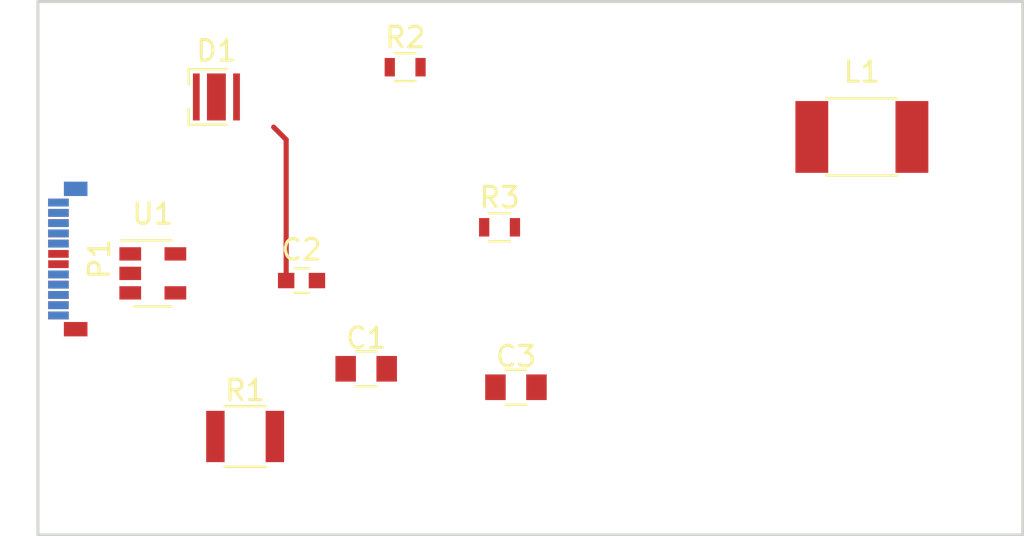
<source format=kicad_pcb>
(kicad_pcb (version 4) (host pcbnew 4.0.7)

  (general
    (links 26)
    (no_connects 18)
    (area 125.924999 93.924999 174.075001 120.075001)
    (thickness 1.6)
    (drawings 4)
    (tracks 2)
    (zones 0)
    (modules 10)
    (nets 20)
  )

  (page A4)
  (layers
    (0 F.Cu signal)
    (31 B.Cu signal)
    (32 B.Adhes user)
    (33 F.Adhes user)
    (34 B.Paste user)
    (35 F.Paste user)
    (36 B.SilkS user)
    (37 F.SilkS user)
    (38 B.Mask user)
    (39 F.Mask user)
    (40 Dwgs.User user)
    (41 Cmts.User user)
    (42 Eco1.User user)
    (43 Eco2.User user)
    (44 Edge.Cuts user)
    (45 Margin user)
    (46 B.CrtYd user)
    (47 F.CrtYd user)
    (48 B.Fab user)
    (49 F.Fab user)
  )

  (setup
    (last_trace_width 0.25)
    (trace_clearance 0.2)
    (zone_clearance 0.508)
    (zone_45_only no)
    (trace_min 0.2)
    (segment_width 0.2)
    (edge_width 0.15)
    (via_size 0.6)
    (via_drill 0.4)
    (via_min_size 0.4)
    (via_min_drill 0.3)
    (uvia_size 0.3)
    (uvia_drill 0.1)
    (uvias_allowed no)
    (uvia_min_size 0.2)
    (uvia_min_drill 0.1)
    (pcb_text_width 0.3)
    (pcb_text_size 1.5 1.5)
    (mod_edge_width 0.15)
    (mod_text_size 1 1)
    (mod_text_width 0.15)
    (pad_size 1.524 1.524)
    (pad_drill 0.762)
    (pad_to_mask_clearance 0.2)
    (aux_axis_origin 0 0)
    (visible_elements FFFFFF7F)
    (pcbplotparams
      (layerselection 0x00030_80000001)
      (usegerberextensions false)
      (excludeedgelayer true)
      (linewidth 0.100000)
      (plotframeref false)
      (viasonmask false)
      (mode 1)
      (useauxorigin false)
      (hpglpennumber 1)
      (hpglpenspeed 20)
      (hpglpendiameter 15)
      (hpglpenoverlay 2)
      (psnegative false)
      (psa4output false)
      (plotreference true)
      (plotvalue true)
      (plotinvisibletext false)
      (padsonsilk false)
      (subtractmaskfromsilk false)
      (outputformat 1)
      (mirror false)
      (drillshape 1)
      (scaleselection 1)
      (outputdirectory ""))
  )

  (net 0 "")
  (net 1 /supply/VIN)
  (net 2 GND)
  (net 3 "Net-(C2-Pad2)")
  (net 4 /supply/VOUT)
  (net 5 "Net-(D1-Pad2)")
  (net 6 "Net-(L1-Pad1)")
  (net 7 "Net-(P1-PadA2)")
  (net 8 "Net-(P1-PadA3)")
  (net 9 "Net-(P1-PadA5)")
  (net 10 "Net-(P1-PadA6)")
  (net 11 "Net-(P1-PadA8)")
  (net 12 "Net-(P1-PadA10)")
  (net 13 "Net-(P1-PadA11)")
  (net 14 "Net-(P1-PadB2)")
  (net 15 "Net-(P1-PadB3)")
  (net 16 "Net-(P1-PadB5)")
  (net 17 "Net-(P1-PadB8)")
  (net 18 "Net-(P1-PadB10)")
  (net 19 "Net-(P1-PadB11)")

  (net_class Default "This is the default net class."
    (clearance 0.2)
    (trace_width 0.25)
    (via_dia 0.6)
    (via_drill 0.4)
    (uvia_dia 0.3)
    (uvia_drill 0.1)
    (add_net /supply/VIN)
    (add_net /supply/VOUT)
    (add_net GND)
    (add_net "Net-(C2-Pad2)")
    (add_net "Net-(D1-Pad2)")
    (add_net "Net-(L1-Pad1)")
    (add_net "Net-(P1-PadA10)")
    (add_net "Net-(P1-PadA11)")
    (add_net "Net-(P1-PadA2)")
    (add_net "Net-(P1-PadA3)")
    (add_net "Net-(P1-PadA5)")
    (add_net "Net-(P1-PadA6)")
    (add_net "Net-(P1-PadA8)")
    (add_net "Net-(P1-PadB10)")
    (add_net "Net-(P1-PadB11)")
    (add_net "Net-(P1-PadB2)")
    (add_net "Net-(P1-PadB3)")
    (add_net "Net-(P1-PadB5)")
    (add_net "Net-(P1-PadB8)")
  )

  (module Capacitors_SMD:C_0805 (layer F.Cu) (tedit 58AA8463) (tstamp 59B1A1C2)
    (at 142 111.9)
    (descr "Capacitor SMD 0805, reflow soldering, AVX (see smccp.pdf)")
    (tags "capacitor 0805")
    (path /59AF0EB0/59B1980A)
    (attr smd)
    (fp_text reference C1 (at 0 -1.5) (layer F.SilkS)
      (effects (font (size 1 1) (thickness 0.15)))
    )
    (fp_text value 10uF (at 0 1.75) (layer F.Fab)
      (effects (font (size 1 1) (thickness 0.15)))
    )
    (fp_text user %R (at 0 -1.5) (layer F.Fab)
      (effects (font (size 1 1) (thickness 0.15)))
    )
    (fp_line (start -1 0.62) (end -1 -0.62) (layer F.Fab) (width 0.1))
    (fp_line (start 1 0.62) (end -1 0.62) (layer F.Fab) (width 0.1))
    (fp_line (start 1 -0.62) (end 1 0.62) (layer F.Fab) (width 0.1))
    (fp_line (start -1 -0.62) (end 1 -0.62) (layer F.Fab) (width 0.1))
    (fp_line (start 0.5 -0.85) (end -0.5 -0.85) (layer F.SilkS) (width 0.12))
    (fp_line (start -0.5 0.85) (end 0.5 0.85) (layer F.SilkS) (width 0.12))
    (fp_line (start -1.75 -0.88) (end 1.75 -0.88) (layer F.CrtYd) (width 0.05))
    (fp_line (start -1.75 -0.88) (end -1.75 0.87) (layer F.CrtYd) (width 0.05))
    (fp_line (start 1.75 0.87) (end 1.75 -0.88) (layer F.CrtYd) (width 0.05))
    (fp_line (start 1.75 0.87) (end -1.75 0.87) (layer F.CrtYd) (width 0.05))
    (pad 1 smd rect (at -1 0) (size 1 1.25) (layers F.Cu F.Paste F.Mask)
      (net 1 /supply/VIN))
    (pad 2 smd rect (at 1 0) (size 1 1.25) (layers F.Cu F.Paste F.Mask)
      (net 2 GND))
    (model Capacitors_SMD.3dshapes/C_0805.wrl
      (at (xyz 0 0 0))
      (scale (xyz 1 1 1))
      (rotate (xyz 0 0 0))
    )
  )

  (module Capacitors_SMD:C_0603 (layer F.Cu) (tedit 59958EE7) (tstamp 59B1A1D3)
    (at 138.85 107.6)
    (descr "Capacitor SMD 0603, reflow soldering, AVX (see smccp.pdf)")
    (tags "capacitor 0603")
    (path /59AF0EB0/59B1998D)
    (attr smd)
    (fp_text reference C2 (at 0 -1.5) (layer F.SilkS)
      (effects (font (size 1 1) (thickness 0.15)))
    )
    (fp_text value 1nF (at 0 1.5) (layer F.Fab)
      (effects (font (size 1 1) (thickness 0.15)))
    )
    (fp_line (start 1.4 0.65) (end -1.4 0.65) (layer F.CrtYd) (width 0.05))
    (fp_line (start 1.4 0.65) (end 1.4 -0.65) (layer F.CrtYd) (width 0.05))
    (fp_line (start -1.4 -0.65) (end -1.4 0.65) (layer F.CrtYd) (width 0.05))
    (fp_line (start -1.4 -0.65) (end 1.4 -0.65) (layer F.CrtYd) (width 0.05))
    (fp_line (start 0.35 0.6) (end -0.35 0.6) (layer F.SilkS) (width 0.12))
    (fp_line (start -0.35 -0.6) (end 0.35 -0.6) (layer F.SilkS) (width 0.12))
    (fp_line (start -0.8 -0.4) (end 0.8 -0.4) (layer F.Fab) (width 0.1))
    (fp_line (start 0.8 -0.4) (end 0.8 0.4) (layer F.Fab) (width 0.1))
    (fp_line (start 0.8 0.4) (end -0.8 0.4) (layer F.Fab) (width 0.1))
    (fp_line (start -0.8 0.4) (end -0.8 -0.4) (layer F.Fab) (width 0.1))
    (fp_text user %R (at 0 0) (layer F.Fab)
      (effects (font (size 0.3 0.3) (thickness 0.075)))
    )
    (pad 2 smd rect (at 0.75 0) (size 0.8 0.75) (layers F.Cu F.Paste F.Mask)
      (net 3 "Net-(C2-Pad2)"))
    (pad 1 smd rect (at -0.75 0) (size 0.8 0.75) (layers F.Cu F.Paste F.Mask)
      (net 4 /supply/VOUT))
    (model Capacitors_SMD.3dshapes/C_0603.wrl
      (at (xyz 0 0 0))
      (scale (xyz 1 1 1))
      (rotate (xyz 0 0 0))
    )
  )

  (module Capacitors_SMD:C_0805 (layer F.Cu) (tedit 58AA8463) (tstamp 59B1A1E4)
    (at 149.3 112.8)
    (descr "Capacitor SMD 0805, reflow soldering, AVX (see smccp.pdf)")
    (tags "capacitor 0805")
    (path /59AF0EB0/59B199F3)
    (attr smd)
    (fp_text reference C3 (at 0 -1.5) (layer F.SilkS)
      (effects (font (size 1 1) (thickness 0.15)))
    )
    (fp_text value 10uF (at 0 1.75) (layer F.Fab)
      (effects (font (size 1 1) (thickness 0.15)))
    )
    (fp_text user %R (at 0 -1.5) (layer F.Fab)
      (effects (font (size 1 1) (thickness 0.15)))
    )
    (fp_line (start -1 0.62) (end -1 -0.62) (layer F.Fab) (width 0.1))
    (fp_line (start 1 0.62) (end -1 0.62) (layer F.Fab) (width 0.1))
    (fp_line (start 1 -0.62) (end 1 0.62) (layer F.Fab) (width 0.1))
    (fp_line (start -1 -0.62) (end 1 -0.62) (layer F.Fab) (width 0.1))
    (fp_line (start 0.5 -0.85) (end -0.5 -0.85) (layer F.SilkS) (width 0.12))
    (fp_line (start -0.5 0.85) (end 0.5 0.85) (layer F.SilkS) (width 0.12))
    (fp_line (start -1.75 -0.88) (end 1.75 -0.88) (layer F.CrtYd) (width 0.05))
    (fp_line (start -1.75 -0.88) (end -1.75 0.87) (layer F.CrtYd) (width 0.05))
    (fp_line (start 1.75 0.87) (end 1.75 -0.88) (layer F.CrtYd) (width 0.05))
    (fp_line (start 1.75 0.87) (end -1.75 0.87) (layer F.CrtYd) (width 0.05))
    (pad 1 smd rect (at -1 0) (size 1 1.25) (layers F.Cu F.Paste F.Mask)
      (net 4 /supply/VOUT))
    (pad 2 smd rect (at 1 0) (size 1 1.25) (layers F.Cu F.Paste F.Mask)
      (net 2 GND))
    (model Capacitors_SMD.3dshapes/C_0805.wrl
      (at (xyz 0 0 0))
      (scale (xyz 1 1 1))
      (rotate (xyz 0 0 0))
    )
  )

  (module LEDs:LED_Cree-XB (layer F.Cu) (tedit 587BEC30) (tstamp 59B1A1FA)
    (at 134.7 98.65)
    (descr http://www.cree.com/~/media/Files/Cree/LED-Components-and-Modules/XLamp/Data-and-Binning/XLampXBD.pdf)
    (tags "LED Cree XB")
    (path /59AEF847)
    (attr smd)
    (fp_text reference D1 (at 0 -2.25) (layer F.SilkS)
      (effects (font (size 1 1) (thickness 0.15)))
    )
    (fp_text value LED_ALT (at 0 2.25) (layer F.Fab)
      (effects (font (size 1 1) (thickness 0.15)))
    )
    (fp_line (start 1.4 1.4) (end -1.4 1.4) (layer F.CrtYd) (width 0.05))
    (fp_line (start 1.4 -1.4) (end 1.4 1.4) (layer F.CrtYd) (width 0.05))
    (fp_line (start -1.4 -1.4) (end 1.4 -1.4) (layer F.CrtYd) (width 0.05))
    (fp_line (start -1.4 1.4) (end -1.4 -1.4) (layer F.CrtYd) (width 0.05))
    (fp_line (start -1.35 1.35) (end -1.35 0.6) (layer F.SilkS) (width 0.12))
    (fp_line (start 0.5 1.35) (end -1.35 1.35) (layer F.SilkS) (width 0.12))
    (fp_line (start -1.35 -1.35) (end -1.35 -0.6) (layer F.SilkS) (width 0.12))
    (fp_line (start 0.5 -1.35) (end -1.35 -1.35) (layer F.SilkS) (width 0.12))
    (fp_line (start -1.15 1.15) (end -1.15 -1.15) (layer F.Fab) (width 0.1))
    (fp_line (start 1.15 1.15) (end -1.15 1.15) (layer F.Fab) (width 0.1))
    (fp_line (start 1.15 -1.15) (end 1.15 1.15) (layer F.Fab) (width 0.1))
    (fp_line (start -1.15 -1.15) (end 1.15 -1.15) (layer F.Fab) (width 0.1))
    (fp_text user %R (at 0 0) (layer F.Fab)
      (effects (font (size 0.5 0.5) (thickness 0.05)))
    )
    (pad 2 smd rect (at 0.98 0) (size 0.33 2.29) (layers F.Cu F.Paste F.Mask)
      (net 5 "Net-(D1-Pad2)"))
    (pad 1 smd rect (at -0.98 0) (size 0.33 2.29) (layers F.Cu F.Paste F.Mask)
      (net 2 GND))
    (pad 3 smd rect (at 0 0) (size 0.92 2.29) (layers F.Cu F.Mask))
    (pad 3 smd rect (at 0 -0.55) (size 0.85 0.85) (layers F.Paste))
    (pad 3 smd rect (at 0 0.55) (size 0.85 0.85) (layers F.Paste))
    (model ${KISYS3DMOD}/LEDs.3dshapes/LED_Cree-XB.wrl
      (at (xyz 0 0 0))
      (scale (xyz 0.39 0.39 0.39))
      (rotate (xyz 0 0 0))
    )
  )

  (module Inductors_SMD:L_1812 (layer F.Cu) (tedit 58307CF5) (tstamp 59B1A20B)
    (at 166.16 100.6)
    (descr "Resistor SMD 1812, flow soldering, Panasonic (see ERJ12)")
    (tags "resistor 1812")
    (path /59AF0EB0/59B1986B)
    (attr smd)
    (fp_text reference L1 (at 0 -3.17) (layer F.SilkS)
      (effects (font (size 1 1) (thickness 0.15)))
    )
    (fp_text value 10uH (at 0 3.17) (layer F.Fab)
      (effects (font (size 1 1) (thickness 0.15)))
    )
    (fp_text user %R (at 0 0) (layer F.Fab)
      (effects (font (size 1 1) (thickness 0.15)))
    )
    (fp_line (start -2.25 1.6) (end -2.25 -1.6) (layer F.Fab) (width 0.1))
    (fp_line (start 2.25 1.6) (end -2.25 1.6) (layer F.Fab) (width 0.1))
    (fp_line (start 2.25 -1.6) (end 2.25 1.6) (layer F.Fab) (width 0.1))
    (fp_line (start -2.25 -1.6) (end 2.25 -1.6) (layer F.Fab) (width 0.1))
    (fp_line (start -3.51 -2.24) (end 3.51 -2.24) (layer F.CrtYd) (width 0.05))
    (fp_line (start 3.51 -2.24) (end 3.51 2.24) (layer F.CrtYd) (width 0.05))
    (fp_line (start 3.51 2.24) (end -3.51 2.24) (layer F.CrtYd) (width 0.05))
    (fp_line (start -3.51 2.24) (end -3.51 -2.24) (layer F.CrtYd) (width 0.05))
    (fp_line (start -1.73 1.88) (end 1.73 1.88) (layer F.SilkS) (width 0.12))
    (fp_line (start -1.73 -1.88) (end 1.73 -1.88) (layer F.SilkS) (width 0.12))
    (pad 1 smd rect (at -2.44 0) (size 1.6 3.5) (layers F.Cu F.Paste F.Mask)
      (net 6 "Net-(L1-Pad1)"))
    (pad 2 smd rect (at 2.44 0) (size 1.6 3.5) (layers F.Cu F.Paste F.Mask)
      (net 4 /supply/VOUT))
    (model ${KISYS3DMOD}/Inductors_SMD.3dshapes/L_1812.wrl
      (at (xyz 0 0 0))
      (scale (xyz 1 1 1))
      (rotate (xyz 0 0 0))
    )
  )

  (module Connectors_USB:USB_C_Plug_Molex_105444 (layer F.Cu) (tedit 59237922) (tstamp 59B1A236)
    (at 126.96 106.55 90)
    (descr "Universal Serial Bus (USB) Shielded I/O Plug, Type C, Right Angle, Surface Mount, http://www.molex.com/pdm_docs/sd/1054440001_sd.pdf")
    (tags "USB Type-C Plug Edge Mount")
    (path /59B19F80)
    (attr smd)
    (fp_text reference P1 (at 0 2.04 90) (layer F.SilkS)
      (effects (font (size 1 1) (thickness 0.15)))
    )
    (fp_text value USB_C_Plug (at 0 -1.96 90) (layer F.Fab)
      (effects (font (size 1 1) (thickness 0.15)))
    )
    (fp_text user %R (at 0 2.04 90) (layer F.Fab)
      (effects (font (size 1 1) (thickness 0.1)))
    )
    (fp_line (start -4.3 1.96) (end -4.3 -1.46) (layer F.CrtYd) (width 0.05))
    (fp_text user "PCB Edge" (at 0 -0.96 90) (layer Dwgs.User)
      (effects (font (size 0.5 0.5) (thickness 0.08)))
    )
    (fp_line (start 3.35 0) (end 4.3 0) (layer F.Fab) (width 0.1))
    (fp_line (start 3.05 -0.66) (end 3.05 -0.3) (layer F.Fab) (width 0.1))
    (fp_arc (start 2.75 -0.66) (end 2.75 -0.96) (angle 90) (layer F.Fab) (width 0.1))
    (fp_line (start -2.75 -0.96) (end 2.75 -0.96) (layer F.Fab) (width 0.1))
    (fp_arc (start -2.75 -0.66) (end -3.05 -0.66) (angle 90) (layer F.Fab) (width 0.1))
    (fp_arc (start 3.35 -0.3) (end 3.35 0) (angle 90) (layer F.Fab) (width 0.1))
    (fp_line (start -3.05 -0.66) (end -3.05 -0.3) (layer F.Fab) (width 0.1))
    (fp_arc (start -3.35 -0.3) (end -3.05 -0.3) (angle 90) (layer F.Fab) (width 0.1))
    (fp_line (start -3.35 0) (end -4.3 0) (layer F.Fab) (width 0.1))
    (fp_line (start 4.3 1.96) (end 4.3 -1.46) (layer F.CrtYd) (width 0.05))
    (fp_line (start 4.3 -1.46) (end -4.3 -1.46) (layer F.CrtYd) (width 0.05))
    (fp_line (start 4.3 1.96) (end -4.3 1.96) (layer F.CrtYd) (width 0.05))
    (pad A1 smd rect (at -2.75 0.04 90) (size 0.38 1) (layers F.Cu F.Paste F.Mask)
      (net 2 GND))
    (pad A2 smd rect (at -2.25 0.04 90) (size 0.38 1) (layers F.Cu F.Paste F.Mask)
      (net 7 "Net-(P1-PadA2)"))
    (pad A3 smd rect (at -1.75 0.04 90) (size 0.38 1) (layers F.Cu F.Paste F.Mask)
      (net 8 "Net-(P1-PadA3)"))
    (pad A4 smd rect (at -1.25 0.04 90) (size 0.38 1) (layers F.Cu F.Paste F.Mask)
      (net 1 /supply/VIN))
    (pad A5 smd rect (at -0.75 0.04 90) (size 0.38 1) (layers F.Cu F.Paste F.Mask)
      (net 9 "Net-(P1-PadA5)"))
    (pad A6 smd rect (at -0.25 0.04 90) (size 0.38 1) (layers F.Cu F.Paste F.Mask)
      (net 10 "Net-(P1-PadA6)"))
    (pad A7 smd rect (at 0.25 0.04 90) (size 0.38 1) (layers F.Cu F.Paste F.Mask)
      (net 10 "Net-(P1-PadA6)"))
    (pad A8 smd rect (at 0.75 0.04 90) (size 0.38 1) (layers F.Cu F.Paste F.Mask)
      (net 11 "Net-(P1-PadA8)"))
    (pad A9 smd rect (at 1.25 0.04 90) (size 0.38 1) (layers F.Cu F.Paste F.Mask)
      (net 1 /supply/VIN))
    (pad A10 smd rect (at 1.75 0.04 90) (size 0.38 1) (layers F.Cu F.Paste F.Mask)
      (net 12 "Net-(P1-PadA10)"))
    (pad A11 smd rect (at 2.25 0.04 90) (size 0.38 1) (layers F.Cu F.Paste F.Mask)
      (net 13 "Net-(P1-PadA11)"))
    (pad A12 smd rect (at 2.75 0.04 90) (size 0.38 1) (layers F.Cu F.Paste F.Mask)
      (net 2 GND))
    (pad S1 smd rect (at -3.42 0.88 90) (size 0.7 1.15) (layers F.Cu F.Paste F.Mask)
      (net 2 GND))
    (pad S1 smd rect (at 3.42 0.88 90) (size 0.7 1.15) (layers B.Cu B.Paste B.Mask)
      (net 2 GND))
    (pad B1 smd rect (at 2.75 0.04 90) (size 0.38 1) (layers B.Cu B.Paste B.Mask)
      (net 2 GND))
    (pad B2 smd rect (at 2.25 0.04 90) (size 0.38 1) (layers B.Cu B.Paste B.Mask)
      (net 14 "Net-(P1-PadB2)"))
    (pad B3 smd rect (at 1.75 0.04 90) (size 0.38 1) (layers B.Cu B.Paste B.Mask)
      (net 15 "Net-(P1-PadB3)"))
    (pad B4 smd rect (at 1.25 0.04 90) (size 0.38 1) (layers B.Cu B.Paste B.Mask)
      (net 1 /supply/VIN))
    (pad B5 smd rect (at 0.75 0.04 90) (size 0.38 1) (layers B.Cu B.Paste B.Mask)
      (net 16 "Net-(P1-PadB5)"))
    (pad B8 smd rect (at -0.75 0.04 90) (size 0.38 1) (layers B.Cu B.Paste B.Mask)
      (net 17 "Net-(P1-PadB8)"))
    (pad B9 smd rect (at -1.25 0.04 90) (size 0.38 1) (layers B.Cu B.Paste B.Mask)
      (net 1 /supply/VIN))
    (pad B10 smd rect (at -1.75 0.04 90) (size 0.38 1) (layers B.Cu B.Paste B.Mask)
      (net 18 "Net-(P1-PadB10)"))
    (pad B11 smd rect (at -2.25 0.04 90) (size 0.38 1) (layers B.Cu B.Paste B.Mask)
      (net 19 "Net-(P1-PadB11)"))
    (pad B12 smd rect (at -2.75 0.04 90) (size 0.38 1) (layers B.Cu B.Paste B.Mask)
      (net 2 GND))
    (model ${KISYS3DMOD}/Connectors_USB.3dshapes/USB_C_Plug_Molex_105444.wrl
      (at (xyz 0 0 0))
      (scale (xyz 1 1 1))
      (rotate (xyz 0 0 0))
    )
  )

  (module Resistors_SMD:R_1210 (layer F.Cu) (tedit 58E0A804) (tstamp 59B1A247)
    (at 136.1 115.2)
    (descr "Resistor SMD 1210, reflow soldering, Vishay (see dcrcw.pdf)")
    (tags "resistor 1210")
    (path /59AF08DA)
    (attr smd)
    (fp_text reference R1 (at 0 -2.25) (layer F.SilkS)
      (effects (font (size 1 1) (thickness 0.15)))
    )
    (fp_text value 330R (at 0 2.4) (layer F.Fab)
      (effects (font (size 1 1) (thickness 0.15)))
    )
    (fp_text user %R (at 0 0) (layer F.Fab)
      (effects (font (size 0.7 0.7) (thickness 0.105)))
    )
    (fp_line (start -1.6 1.25) (end -1.6 -1.25) (layer F.Fab) (width 0.1))
    (fp_line (start 1.6 1.25) (end -1.6 1.25) (layer F.Fab) (width 0.1))
    (fp_line (start 1.6 -1.25) (end 1.6 1.25) (layer F.Fab) (width 0.1))
    (fp_line (start -1.6 -1.25) (end 1.6 -1.25) (layer F.Fab) (width 0.1))
    (fp_line (start 1 1.48) (end -1 1.48) (layer F.SilkS) (width 0.12))
    (fp_line (start -1 -1.48) (end 1 -1.48) (layer F.SilkS) (width 0.12))
    (fp_line (start -2.15 -1.5) (end 2.15 -1.5) (layer F.CrtYd) (width 0.05))
    (fp_line (start -2.15 -1.5) (end -2.15 1.5) (layer F.CrtYd) (width 0.05))
    (fp_line (start 2.15 1.5) (end 2.15 -1.5) (layer F.CrtYd) (width 0.05))
    (fp_line (start 2.15 1.5) (end -2.15 1.5) (layer F.CrtYd) (width 0.05))
    (pad 1 smd rect (at -1.45 0) (size 0.9 2.5) (layers F.Cu F.Paste F.Mask)
      (net 4 /supply/VOUT))
    (pad 2 smd rect (at 1.45 0) (size 0.9 2.5) (layers F.Cu F.Paste F.Mask)
      (net 5 "Net-(D1-Pad2)"))
    (model ${KISYS3DMOD}/Resistors_SMD.3dshapes/R_1210.wrl
      (at (xyz 0 0 0))
      (scale (xyz 1 1 1))
      (rotate (xyz 0 0 0))
    )
  )

  (module Resistors_SMD:R_0603 (layer F.Cu) (tedit 58E0A804) (tstamp 59B1A258)
    (at 143.9 97.2)
    (descr "Resistor SMD 0603, reflow soldering, Vishay (see dcrcw.pdf)")
    (tags "resistor 0603")
    (path /59AF0EB0/59B198DA)
    (attr smd)
    (fp_text reference R2 (at 0 -1.45) (layer F.SilkS)
      (effects (font (size 1 1) (thickness 0.15)))
    )
    (fp_text value 100k (at 0 1.5) (layer F.Fab)
      (effects (font (size 1 1) (thickness 0.15)))
    )
    (fp_text user %R (at 0 0) (layer F.Fab)
      (effects (font (size 0.4 0.4) (thickness 0.075)))
    )
    (fp_line (start -0.8 0.4) (end -0.8 -0.4) (layer F.Fab) (width 0.1))
    (fp_line (start 0.8 0.4) (end -0.8 0.4) (layer F.Fab) (width 0.1))
    (fp_line (start 0.8 -0.4) (end 0.8 0.4) (layer F.Fab) (width 0.1))
    (fp_line (start -0.8 -0.4) (end 0.8 -0.4) (layer F.Fab) (width 0.1))
    (fp_line (start 0.5 0.68) (end -0.5 0.68) (layer F.SilkS) (width 0.12))
    (fp_line (start -0.5 -0.68) (end 0.5 -0.68) (layer F.SilkS) (width 0.12))
    (fp_line (start -1.25 -0.7) (end 1.25 -0.7) (layer F.CrtYd) (width 0.05))
    (fp_line (start -1.25 -0.7) (end -1.25 0.7) (layer F.CrtYd) (width 0.05))
    (fp_line (start 1.25 0.7) (end 1.25 -0.7) (layer F.CrtYd) (width 0.05))
    (fp_line (start 1.25 0.7) (end -1.25 0.7) (layer F.CrtYd) (width 0.05))
    (pad 1 smd rect (at -0.75 0) (size 0.5 0.9) (layers F.Cu F.Paste F.Mask)
      (net 4 /supply/VOUT))
    (pad 2 smd rect (at 0.75 0) (size 0.5 0.9) (layers F.Cu F.Paste F.Mask)
      (net 3 "Net-(C2-Pad2)"))
    (model ${KISYS3DMOD}/Resistors_SMD.3dshapes/R_0603.wrl
      (at (xyz 0 0 0))
      (scale (xyz 1 1 1))
      (rotate (xyz 0 0 0))
    )
  )

  (module Resistors_SMD:R_0603 (layer F.Cu) (tedit 58E0A804) (tstamp 59B1A269)
    (at 148.5011 105.0036)
    (descr "Resistor SMD 0603, reflow soldering, Vishay (see dcrcw.pdf)")
    (tags "resistor 0603")
    (path /59AF0EB0/59B1995B)
    (attr smd)
    (fp_text reference R3 (at 0 -1.45) (layer F.SilkS)
      (effects (font (size 1 1) (thickness 0.15)))
    )
    (fp_text value 22k (at 0 1.5) (layer F.Fab)
      (effects (font (size 1 1) (thickness 0.15)))
    )
    (fp_text user %R (at 0 0) (layer F.Fab)
      (effects (font (size 0.4 0.4) (thickness 0.075)))
    )
    (fp_line (start -0.8 0.4) (end -0.8 -0.4) (layer F.Fab) (width 0.1))
    (fp_line (start 0.8 0.4) (end -0.8 0.4) (layer F.Fab) (width 0.1))
    (fp_line (start 0.8 -0.4) (end 0.8 0.4) (layer F.Fab) (width 0.1))
    (fp_line (start -0.8 -0.4) (end 0.8 -0.4) (layer F.Fab) (width 0.1))
    (fp_line (start 0.5 0.68) (end -0.5 0.68) (layer F.SilkS) (width 0.12))
    (fp_line (start -0.5 -0.68) (end 0.5 -0.68) (layer F.SilkS) (width 0.12))
    (fp_line (start -1.25 -0.7) (end 1.25 -0.7) (layer F.CrtYd) (width 0.05))
    (fp_line (start -1.25 -0.7) (end -1.25 0.7) (layer F.CrtYd) (width 0.05))
    (fp_line (start 1.25 0.7) (end 1.25 -0.7) (layer F.CrtYd) (width 0.05))
    (fp_line (start 1.25 0.7) (end -1.25 0.7) (layer F.CrtYd) (width 0.05))
    (pad 1 smd rect (at -0.75 0) (size 0.5 0.9) (layers F.Cu F.Paste F.Mask)
      (net 3 "Net-(C2-Pad2)"))
    (pad 2 smd rect (at 0.75 0) (size 0.5 0.9) (layers F.Cu F.Paste F.Mask)
      (net 2 GND))
    (model ${KISYS3DMOD}/Resistors_SMD.3dshapes/R_0603.wrl
      (at (xyz 0 0 0))
      (scale (xyz 1 1 1))
      (rotate (xyz 0 0 0))
    )
  )

  (module TO_SOT_Packages_SMD:SOT-23-5 (layer F.Cu) (tedit 58CE4E7E) (tstamp 59B1A27E)
    (at 131.6 107.25)
    (descr "5-pin SOT23 package")
    (tags SOT-23-5)
    (path /59AF0EB0/59B19714)
    (attr smd)
    (fp_text reference U1 (at 0 -2.9) (layer F.SilkS)
      (effects (font (size 1 1) (thickness 0.15)))
    )
    (fp_text value NCP1529 (at 0 2.9) (layer F.Fab)
      (effects (font (size 1 1) (thickness 0.15)))
    )
    (fp_text user %R (at 0 0 90) (layer F.Fab)
      (effects (font (size 0.5 0.5) (thickness 0.075)))
    )
    (fp_line (start -0.9 1.61) (end 0.9 1.61) (layer F.SilkS) (width 0.12))
    (fp_line (start 0.9 -1.61) (end -1.55 -1.61) (layer F.SilkS) (width 0.12))
    (fp_line (start -1.9 -1.8) (end 1.9 -1.8) (layer F.CrtYd) (width 0.05))
    (fp_line (start 1.9 -1.8) (end 1.9 1.8) (layer F.CrtYd) (width 0.05))
    (fp_line (start 1.9 1.8) (end -1.9 1.8) (layer F.CrtYd) (width 0.05))
    (fp_line (start -1.9 1.8) (end -1.9 -1.8) (layer F.CrtYd) (width 0.05))
    (fp_line (start -0.9 -0.9) (end -0.25 -1.55) (layer F.Fab) (width 0.1))
    (fp_line (start 0.9 -1.55) (end -0.25 -1.55) (layer F.Fab) (width 0.1))
    (fp_line (start -0.9 -0.9) (end -0.9 1.55) (layer F.Fab) (width 0.1))
    (fp_line (start 0.9 1.55) (end -0.9 1.55) (layer F.Fab) (width 0.1))
    (fp_line (start 0.9 -1.55) (end 0.9 1.55) (layer F.Fab) (width 0.1))
    (pad 1 smd rect (at -1.1 -0.95) (size 1.06 0.65) (layers F.Cu F.Paste F.Mask)
      (net 1 /supply/VIN))
    (pad 2 smd rect (at -1.1 0) (size 1.06 0.65) (layers F.Cu F.Paste F.Mask)
      (net 2 GND))
    (pad 3 smd rect (at -1.1 0.95) (size 1.06 0.65) (layers F.Cu F.Paste F.Mask)
      (net 6 "Net-(L1-Pad1)"))
    (pad 4 smd rect (at 1.1 0.95) (size 1.06 0.65) (layers F.Cu F.Paste F.Mask)
      (net 1 /supply/VIN))
    (pad 5 smd rect (at 1.1 -0.95) (size 1.06 0.65) (layers F.Cu F.Paste F.Mask)
      (net 3 "Net-(C2-Pad2)"))
    (model ${KISYS3DMOD}/TO_SOT_Packages_SMD.3dshapes/SOT-23-5.wrl
      (at (xyz 0 0 0))
      (scale (xyz 1 1 1))
      (rotate (xyz 0 0 0))
    )
  )

  (gr_line (start 126 120) (end 126 94) (layer Edge.Cuts) (width 0.15))
  (gr_line (start 174 120) (end 126 120) (layer Edge.Cuts) (width 0.15))
  (gr_line (start 174 94) (end 174 120) (layer Edge.Cuts) (width 0.15))
  (gr_line (start 126 94) (end 174 94) (layer Edge.Cuts) (width 0.15))

  (segment (start 138.1 100.729999) (end 137.490002 100.120001) (width 0.25) (layer F.Cu) (net 4))
  (segment (start 138.1 107.6) (end 138.1 100.729999) (width 0.25) (layer F.Cu) (net 4))

)

</source>
